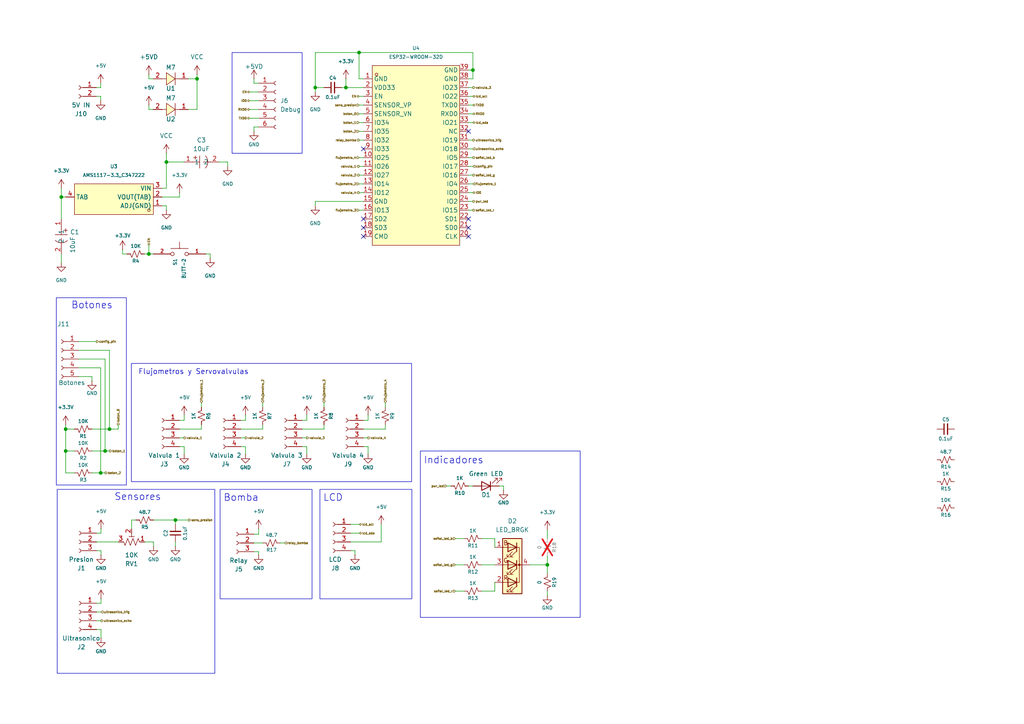
<source format=kicad_sch>
(kicad_sch (version 20250114) (generator "eeschema") (generator_version "9.0")
  (paper "A4")
  (rectangle (start 67.31 15.24) (end 87.63 44.45))
  (rectangle (start 16.3368 86.3599) (end 36.6568 140.6707))
  (rectangle (start 63.8348 141.9407) (end 90.5048 173.6907))
  (rectangle (start 92.7908 141.9407) (end 119.4608 173.6907))
  (rectangle (start 38.1 105.41) (end 119.38 139.7))
  (rectangle (start 121.92 130.81) (end 168.275 179.07))
  (rectangle (start 16.5908 141.9407) (end 62.3108 195.2807))
  (text "Botones" (at 26.67 88.646 0) (effects (font (size 2 2))))
  (text "Indicadores" (at 131.572 133.604 0) (effects (font (size 2 2))))
  (text "Bomba" (at 69.9308 144.4807 0) (effects (font (size 2 2))))
  (text "Flujometros y Servovalvulas" (at 56.134 107.95 0) (effects (font (size 1.5 1.5))))
  (text "Sensores" (at 39.9588 144.2267 0) (effects (font (size 2 2))))
  (text "LCD" (at 96.6008 144.4807 0) (effects (font (size 2 2))))
  (junction (at 104.14 15.24))
  (junction (at 158.75 163.83))
  (junction (at 100.33 25.4))
  (junction (at 48.26 46.99))
  (junction (at 43.18 73.66))
  (junction (at 30.48 130.81))
  (junction (at 19.05 124.46))
  (junction (at 50.8808 150.8307))
  (junction (at 137.16 20.32))
  (junction (at 19.05 130.81))
  (junction (at 31.75 124.46))
  (junction (at 29.21 137.16))
  (junction (at 17.78 57.15))
  (junction (at 57.15 22.86))
  (junction (at 91.44 25.4))
  (no_connect (at 105.41 43.18))
  (no_connect (at 105.41 68.58))
  (no_connect (at 135.89 38.1))
  (no_connect (at 135.89 66.04))
  (no_connect (at 105.41 63.5))
  (no_connect (at 135.89 68.58))
  (no_connect (at 105.41 66.04))
  (no_connect (at 135.89 63.5))
  (wire (pts (xy 135.89 25.4) (xy 137.16 25.4)))
  (wire (pts (xy 101.6808 152.1007) (xy 104.2208 152.1007)))
  (wire (pts (xy 91.44 15.24) (xy 91.44 25.4)))
  (wire (pts (xy 146.05 142.24) (xy 146.05 140.97)))
  (wire (pts (xy 93.98 123.19) (xy 93.98 124.46)))
  (wire (pts (xy 29.2908 153.3707) (xy 29.2908 154.6407)))
  (wire (pts (xy 52.07 127) (xy 53.34 127)))
  (wire (pts (xy 58.42 123.19) (xy 58.42 124.46)))
  (wire (pts (xy 38.1808 150.8307) (xy 39.4508 150.8307)))
  (wire (pts (xy 29.2908 185.1207) (xy 29.2908 182.5807)))
  (wire (pts (xy 91.44 59.69) (xy 91.44 58.42)))
  (wire (pts (xy 31.75 124.46) (xy 34.29 124.46)))
  (wire (pts (xy 35.56 72.39) (xy 35.56 73.66)))
  (wire (pts (xy 46.99 57.15) (xy 52.07 57.15)))
  (wire (pts (xy 75.0108 160.9907) (xy 75.0108 160.02)))
  (wire (pts (xy 87.63 127) (xy 88.9 127)))
  (wire (pts (xy 93.98 116.84) (xy 93.98 118.11)))
  (wire (pts (xy 48.26 46.99) (xy 48.26 54.61)))
  (wire (pts (xy 135.89 40.64) (xy 137.16 40.64)))
  (wire (pts (xy 22.86 109.22) (xy 26.67 109.22)))
  (wire (pts (xy 129.54 140.97) (xy 130.81 140.97)))
  (wire (pts (xy 137.16 20.32) (xy 137.16 15.24)))
  (wire (pts (xy 132.08 163.83) (xy 134.62 163.83)))
  (wire (pts (xy 143.51 156.21) (xy 143.51 158.75)))
  (wire (pts (xy 135.89 58.42) (xy 137.16 58.42)))
  (wire (pts (xy 104.14 40.64) (xy 105.41 40.64)))
  (wire (pts (xy 73.66 36.83) (xy 74.93 36.83)))
  (wire (pts (xy 28.0208 174.9607) (xy 29.2908 174.9607)))
  (wire (pts (xy 143.51 171.45) (xy 143.51 168.91)))
  (wire (pts (xy 63.5 46.99) (xy 66.04 46.99)))
  (wire (pts (xy 69.85 121.92) (xy 71.2008 121.92)))
  (wire (pts (xy 106.7608 129.54) (xy 105.41 129.54)))
  (wire (pts (xy 28.0208 177.5007) (xy 29.2908 177.5007)))
  (wire (pts (xy 76.2 123.19) (xy 76.2 124.46)))
  (wire (pts (xy 53.4208 129.54) (xy 52.07 129.54)))
  (wire (pts (xy 22.86 104.14) (xy 30.48 104.14)))
  (wire (pts (xy 135.89 35.56) (xy 137.16 35.56)))
  (wire (pts (xy 52.07 57.15) (xy 52.07 55.88)))
  (wire (pts (xy 135.89 45.72) (xy 137.16 45.72)))
  (wire (pts (xy 104.14 55.88) (xy 105.41 55.88)))
  (wire (pts (xy 104.14 60.96) (xy 105.41 60.96)))
  (wire (pts (xy 88.9808 129.54) (xy 87.63 129.54)))
  (wire (pts (xy 72.39 29.21) (xy 74.93 29.21)))
  (wire (pts (xy 135.89 20.32) (xy 137.16 20.32)))
  (wire (pts (xy 34.29 123.19) (xy 34.29 124.46)))
  (wire (pts (xy 29.21 27.94) (xy 27.94 27.94)))
  (wire (pts (xy 139.7 156.21) (xy 143.51 156.21)))
  (wire (pts (xy 43.18 30.48) (xy 43.18 31.75)))
  (wire (pts (xy 50.8808 150.8307) (xy 54.6908 150.8307)))
  (wire (pts (xy 57.15 22.86) (xy 57.15 31.75)))
  (wire (pts (xy 73.66 22.86) (xy 73.66 24.13)))
  (wire (pts (xy 106.7608 121.92) (xy 106.7608 120.3507)))
  (wire (pts (xy 139.7 171.45) (xy 143.51 171.45)))
  (wire (pts (xy 30.48 130.81) (xy 31.75 130.81)))
  (wire (pts (xy 48.26 59.69) (xy 48.26 60.96)))
  (wire (pts (xy 76.2 116.84) (xy 76.2 118.11)))
  (wire (pts (xy 71.2008 129.54) (xy 69.85 129.54)))
  (wire (pts (xy 137.16 22.86) (xy 137.16 20.32)))
  (wire (pts (xy 29.2908 154.6407) (xy 28.0208 154.6407)))
  (wire (pts (xy 26.67 109.22) (xy 26.67 110.49)))
  (wire (pts (xy 104.14 33.02) (xy 105.41 33.02)))
  (wire (pts (xy 110.5708 157.1807) (xy 101.6808 157.1807)))
  (wire (pts (xy 31.75 101.6) (xy 31.75 124.46)))
  (wire (pts (xy 53.4208 131.7807) (xy 53.4208 129.54)))
  (wire (pts (xy 50.8808 157.1807) (xy 50.8808 158.4507)))
  (wire (pts (xy 19.05 124.46) (xy 19.05 130.81)))
  (wire (pts (xy 44.5308 157.1807) (xy 41.9908 157.1807)))
  (wire (pts (xy 43.18 73.66) (xy 44.45 73.66)))
  (wire (pts (xy 73.66 24.13) (xy 74.93 24.13)))
  (wire (pts (xy 43.18 21.59) (xy 43.18 22.86)))
  (wire (pts (xy 158.75 171.45) (xy 158.75 172.72)))
  (wire (pts (xy 29.2908 159.7207) (xy 28.0208 159.7207)))
  (wire (pts (xy 104.14 15.24) (xy 104.14 22.86)))
  (wire (pts (xy 38.1808 153.3707) (xy 38.1808 150.8307)))
  (wire (pts (xy 135.89 48.26) (xy 137.16 48.26)))
  (wire (pts (xy 28.0208 180.0407) (xy 29.2908 180.0407)))
  (wire (pts (xy 132.08 171.45) (xy 134.62 171.45)))
  (wire (pts (xy 50.8808 150.8307) (xy 50.8808 152.1007)))
  (wire (pts (xy 52.07 121.92) (xy 53.4208 121.92)))
  (wire (pts (xy 69.85 127) (xy 71.12 127)))
  (wire (pts (xy 71.2008 121.92) (xy 71.2008 120.3507)))
  (wire (pts (xy 105.41 22.86) (xy 104.14 22.86)))
  (wire (pts (xy 104.14 45.72) (xy 105.41 45.72)))
  (wire (pts (xy 158.75 161.29) (xy 158.75 163.83)))
  (wire (pts (xy 30.48 104.14) (xy 30.48 130.81)))
  (wire (pts (xy 135.89 43.18) (xy 137.16 43.18)))
  (wire (pts (xy 73.66 157.48) (xy 76.2 157.48)))
  (wire (pts (xy 43.18 73.66) (xy 41.91 73.66)))
  (wire (pts (xy 135.89 140.97) (xy 137.16 140.97)))
  (wire (pts (xy 54.61 31.75) (xy 57.15 31.75)))
  (wire (pts (xy 104.14 53.34) (xy 105.41 53.34)))
  (wire (pts (xy 22.86 101.6) (xy 31.75 101.6)))
  (wire (pts (xy 132.08 156.21) (xy 134.62 156.21)))
  (wire (pts (xy 91.44 25.4) (xy 93.98 25.4)))
  (wire (pts (xy 87.63 121.92) (xy 88.9808 121.92)))
  (wire (pts (xy 100.33 22.86) (xy 100.33 25.4)))
  (wire (pts (xy 72.39 34.29) (xy 74.93 34.29)))
  (wire (pts (xy 28.0208 157.1807) (xy 34.3708 157.1807)))
  (wire (pts (xy 158.75 153.67) (xy 158.75 156.21)))
  (wire (pts (xy 104.14 48.26) (xy 105.41 48.26)))
  (wire (pts (xy 110.5708 152.1007) (xy 110.5708 157.1807)))
  (wire (pts (xy 101.6808 154.6407) (xy 104.2208 154.6407)))
  (wire (pts (xy 43.18 31.75) (xy 44.45 31.75)))
  (wire (pts (xy 135.89 60.96) (xy 137.16 60.96)))
  (wire (pts (xy 135.89 55.88) (xy 137.16 55.88)))
  (wire (pts (xy 76.2 124.46) (xy 69.85 124.46)))
  (wire (pts (xy 93.98 124.46) (xy 87.63 124.46)))
  (wire (pts (xy 91.44 58.42) (xy 105.41 58.42)))
  (wire (pts (xy 19.05 123.19) (xy 19.05 124.46)))
  (wire (pts (xy 146.05 140.97) (xy 144.78 140.97)))
  (wire (pts (xy 105.41 127) (xy 106.68 127)))
  (wire (pts (xy 27.94 25.4) (xy 29.21 25.4)))
  (wire (pts (xy 35.56 73.66) (xy 36.83 73.66)))
  (wire (pts (xy 46.99 59.69) (xy 48.26 59.69)))
  (wire (pts (xy 101.6808 159.7207) (xy 102.9508 159.7207)))
  (wire (pts (xy 105.41 121.92) (xy 106.7608 121.92)))
  (wire (pts (xy 29.21 24.13) (xy 29.21 25.4)))
  (wire (pts (xy 102.9508 159.7207) (xy 102.9508 160.9907)))
  (wire (pts (xy 58.42 124.46) (xy 52.07 124.46)))
  (wire (pts (xy 111.76 123.19) (xy 111.76 124.46)))
  (wire (pts (xy 135.89 30.48) (xy 137.16 30.48)))
  (wire (pts (xy 104.14 38.1) (xy 105.41 38.1)))
  (wire (pts (xy 29.21 29.21) (xy 29.21 27.94)))
  (wire (pts (xy 104.14 35.56) (xy 105.41 35.56)))
  (wire (pts (xy 106.7608 131.7807) (xy 106.7608 129.54)))
  (wire (pts (xy 137.16 15.24) (xy 104.14 15.24)))
  (wire (pts (xy 57.15 21.59) (xy 57.15 22.86)))
  (wire (pts (xy 21.59 130.81) (xy 19.05 130.81)))
  (wire (pts (xy 43.18 22.86) (xy 44.45 22.86)))
  (wire (pts (xy 29.21 137.16) (xy 30.48 137.16)))
  (wire (pts (xy 26.67 130.81) (xy 30.48 130.81)))
  (wire (pts (xy 53.4208 121.92) (xy 53.4208 120.3507)))
  (wire (pts (xy 48.26 44.45) (xy 48.26 46.99)))
  (wire (pts (xy 29.2908 160.9907) (xy 29.2908 159.7207)))
  (wire (pts (xy 72.39 26.67) (xy 74.93 26.67)))
  (wire (pts (xy 71.2008 131.7807) (xy 71.2008 129.54)))
  (wire (pts (xy 26.67 124.46) (xy 31.75 124.46)))
  (wire (pts (xy 111.76 116.84) (xy 111.76 118.11)))
  (wire (pts (xy 91.44 15.24) (xy 104.14 15.24)))
  (wire (pts (xy 111.76 124.46) (xy 105.41 124.46)))
  (wire (pts (xy 73.66 38.1) (xy 73.66 36.83)))
  (wire (pts (xy 104.14 30.48) (xy 105.41 30.48)))
  (wire (pts (xy 17.78 57.15) (xy 17.78 63.5)))
  (wire (pts (xy 88.9808 121.92) (xy 88.9808 120.3507)))
  (wire (pts (xy 29.2908 182.5807) (xy 28.0208 182.5807)))
  (wire (pts (xy 44.5308 150.8307) (xy 50.8808 150.8307)))
  (wire (pts (xy 66.04 46.99) (xy 66.04 48.26)))
  (wire (pts (xy 75.0108 154.94) (xy 75.0108 153.3707)))
  (wire (pts (xy 88.9808 131.7807) (xy 88.9808 129.54)))
  (wire (pts (xy 44.5308 158.4507) (xy 44.5308 157.1807)))
  (wire (pts (xy 17.78 73.66) (xy 17.78 76.2)))
  (wire (pts (xy 91.44 26.67) (xy 91.44 25.4)))
  (wire (pts (xy 57.15 22.86) (xy 54.61 22.86)))
  (wire (pts (xy 59.69 73.66) (xy 60.96 73.66)))
  (wire (pts (xy 60.96 73.66) (xy 60.96 74.93)))
  (wire (pts (xy 22.86 99.06) (xy 27.94 99.06)))
  (wire (pts (xy 29.21 106.68) (xy 29.21 137.16)))
  (wire (pts (xy 72.39 31.75) (xy 74.93 31.75)))
  (wire (pts (xy 21.59 137.16) (xy 19.05 137.16)))
  (wire (pts (xy 100.33 25.4) (xy 105.41 25.4)))
  (wire (pts (xy 46.99 54.61) (xy 48.26 54.61)))
  (wire (pts (xy 158.75 163.83) (xy 158.75 166.37)))
  (wire (pts (xy 104.14 50.8) (xy 105.41 50.8)))
  (wire (pts (xy 17.78 57.15) (xy 19.05 57.15)))
  (wire (pts (xy 81.28 157.48) (xy 82.55 157.48)))
  (wire (pts (xy 19.05 124.46) (xy 21.59 124.46)))
  (wire (pts (xy 22.86 106.68) (xy 29.21 106.68)))
  (wire (pts (xy 75.0108 154.94) (xy 73.66 154.94)))
  (wire (pts (xy 135.89 27.94) (xy 137.16 27.94)))
  (wire (pts (xy 29.2908 174.9607) (xy 29.2908 173.6907)))
  (wire (pts (xy 135.89 50.8) (xy 137.16 50.8)))
  (wire (pts (xy 43.18 71.12) (xy 43.18 73.66)))
  (wire (pts (xy 135.89 53.34) (xy 137.16 53.34)))
  (wire (pts (xy 19.05 130.81) (xy 19.05 137.16)))
  (wire (pts (xy 139.7 163.83) (xy 143.51 163.83)))
  (wire (pts (xy 48.26 46.99) (xy 53.34 46.99)))
  (wire (pts (xy 135.89 33.02) (xy 137.16 33.02)))
  (wire (pts (xy 99.06 25.4) (xy 100.33 25.4)))
  (wire (pts (xy 26.67 137.16) (xy 29.21 137.16)))
  (wire (pts (xy 135.89 22.86) (xy 137.16 22.86)))
  (wire (pts (xy 104.14 27.94) (xy 105.41 27.94)))
  (wire (pts (xy 17.78 57.15) (xy 17.78 54.61)))
  (wire (pts (xy 153.67 163.83) (xy 158.75 163.83)))
  (wire (pts (xy 75.0108 160.02) (xy 73.66 160.02)))
  (wire (pts (xy 58.42 116.84) (xy 58.42 118.11)))
  (hierarchical_label "señal_led_r" (shape output) (at 137.16 60.96 0) (effects (font (size 0.635 0.635))))
  (hierarchical_label "ultrasonico_echo" (shape input) (at 137.16 43.18 0) (effects (font (size 0.635 0.635))))
  (hierarchical_label "señal_led_r" (shape input) (at 132.08 171.45 180) (effects (font (size 0.635 0.635))))
  (hierarchical_label "EN" (shape bidirectional) (at 104.14 27.94 180) (effects (font (size 0.635 0.635))))
  (hierarchical_label "flujometro_2" (shape input) (at 76.2 116.84 90) (effects (font (size 0.635 0.635))))
  (hierarchical_label "valvula_4" (shape output) (at 104.14 55.88 180) (effects (font (size 0.635 0.635))))
  (hierarchical_label "boton_2" (shape output) (at 30.48 137.16 0) (effects (font (size 0.635 0.635))))
  (hierarchical_label "valvula_3" (shape output) (at 88.9 127 0) (effects (font (size 0.635 0.635))))
  (hierarchical_label "ultrasonico_echo" (shape output) (at 29.2908 180.0407 0) (effects (font (size 0.635 0.635))))
  (hierarchical_label "pwr_led" (shape output) (at 137.16 58.42 0) (effects (font (size 0.635 0.635))))
  (hierarchical_label "señal_led_b" (shape output) (at 137.16 45.72 0) (effects (font (size 0.635 0.635))))
  (hierarchical_label "config_pin" (shape output) (at 27.94 99.06 0) (effects (font (size 0.635 0.635))))
  (hierarchical_label "relay_bomba" (shape input) (at 82.55 157.48 0) (effects (font (size 0.635 0.635))))
  (hierarchical_label "valvula_1" (shape output) (at 104.14 48.26 180) (effects (font (size 0.635 0.635))))
  (hierarchical_label "RXD0" (shape bidirectional) (at 72.39 31.75 180) (effects (font (size 0.635 0.635))))
  (hierarchical_label "lcd_scl" (shape bidirectional) (at 104.2208 152.1007 0) (effects (font (size 0.635 0.635))))
  (hierarchical_label "ultrasonico_trig" (shape input) (at 29.2908 177.5007 0) (effects (font (size 0.635 0.635))))
  (hierarchical_label "IO0" (shape bidirectional) (at 72.39 29.21 180) (effects (font (size 0.635 0.635))))
  (hierarchical_label "flujometro_2" (shape input) (at 104.14 53.34 180) (effects (font (size 0.635 0.635))))
  (hierarchical_label "lcd_sda" (shape bidirectional) (at 137.16 35.56 0) (effects (font (size 0.635 0.635))))
  (hierarchical_label "config_pin" (shape input) (at 137.16 48.26 0) (effects (font (size 0.635 0.635))))
  (hierarchical_label "ultrasonico_trig" (shape output) (at 137.16 40.64 0) (effects (font (size 0.635 0.635))))
  (hierarchical_label "señal_led_g" (shape output) (at 137.16 50.8 0) (effects (font (size 0.635 0.635))))
  (hierarchical_label "valvula_3" (shape output) (at 137.16 25.4 0) (effects (font (size 0.635 0.635))))
  (hierarchical_label "TXD0" (shape bidirectional) (at 137.16 30.48 0) (effects (font (size 0.635 0.635))))
  (hierarchical_label "valvula_2" (shape output) (at 71.12 127 0) (effects (font (size 0.635 0.635))))
  (hierarchical_label "boton_0" (shape input) (at 104.14 33.02 180) (effects (font (size 0.635 0.635))))
  (hierarchical_label "TXD0" (shape bidirectional) (at 72.39 34.29 180) (effects (font (size 0.635 0.635))))
  (hierarchical_label "flujometro_3" (shape input) (at 104.14 60.96 180) (effects (font (size 0.635 0.635))))
  (hierarchical_label "flujometro_1" (shape input) (at 58.42 116.84 90) (effects (font (size 0.635 0.635))))
  (hierarchical_label "señal_led_b" (shape input) (at 132.08 156.21 180) (effects (font (size 0.635 0.635))))
  (hierarchical_label "RXD0" (shape bidirectional) (at 137.16 33.02 0) (effects (font (size 0.635 0.635))))
  (hierarchical_label "boton_1" (shape input) (at 104.14 35.56 180) (effects (font (size 0.635 0.635))))
  (hierarchical_label "lcd_sda" (shape bidirectional) (at 104.2208 154.6407 0) (effects (font (size 0.635 0.635))))
  (hierarchical_label "flujometro_3" (shape input) (at 93.98 116.84 90) (effects (font (size 0.635 0.635))))
  (hierarchical_label "valvula_1" (shape output) (at 53.34 127 0) (effects (font (size 0.635 0.635))))
  (hierarchical_label "flujometro_4" (shape input) (at 104.14 45.72 180) (effects (font (size 0.635 0.635))))
  (hierarchical_label "valvula_4" (shape output) (at 106.68 127 0) (effects (font (size 0.635 0.635))))
  (hierarchical_label "pwr_led" (shape input) (at 129.54 140.97 180) (effects (font (size 0.635 0.635))))
  (hierarchical_label "boton_1" (shape output) (at 31.75 130.81 0) (effects (font (size 0.635 0.635))))
  (hierarchical_label "IO0" (shape bidirectional) (at 137.16 55.88 0) (effects (font (size 0.635 0.635))))
  (hierarchical_label "boton_2" (shape input) (at 104.14 38.1 180) (effects (font (size 0.635 0.635))))
  (hierarchical_label "flujometro_4" (shape input) (at 111.76 116.84 90) (effects (font (size 0.635 0.635))))
  (hierarchical_label "relay_bomba" (shape output) (at 104.14 40.64 180) (effects (font (size 0.635 0.635))))
  (hierarchical_label "sens_presion" (shape input) (at 104.14 30.48 180) (effects (font (size 0.635 0.635))))
  (hierarchical_label "boton_0" (shape output) (at 34.29 123.19 90) (effects (font (size 0.635 0.635))))
  (hierarchical_label "EN" (shape bidirectional) (at 43.18 71.12 90) (effects (font (size 0.635 0.635))))
  (hierarchical_label "lcd_scl" (shape bidirectional) (at 137.16 27.94 0) (effects (font (size 0.635 0.635))))
  (hierarchical_label "EN" (shape bidirectional) (at 72.39 26.67 180) (effects (font (size 0.635 0.635))))
  (hierarchical_label "flujometro_1" (shape input) (at 137.16 53.34 0) (effects (font (size 0.635 0.635))))
  (hierarchical_label "valvula_2" (shape output) (at 104.14 50.8 180) (effects (font (size 0.635 0.635))))
  (hierarchical_label "señal_led_g" (shape input) (at 132.08 163.83 180) (effects (font (size 0.635 0.635))))
  (hierarchical_label "sens_presion" (shape output) (at 54.6908 150.8307 0) (effects (font (size 0.635 0.635))))
  (symbol (lib_id "Connector:Conn_01x04_Socket") (at 100.33 124.46 0) (mirror y) (unit 1)
    (property "Reference" "J9" (at 100.965 134.62 0))
    (property "Value" "Valvula 4" (at 100.965 132.08 0))
    (property "Footprint" "Connector_Molex:Molex_KK-254_AE-6410-04A_1x04_P2.54mm_Vertical" (effects (hide yes)))
    (property "Description" "Generic connector, single row, 01x04, script generated" (effects (hide yes)))
  )
  (symbol (lib_id "Connector:Conn_01x04_Socket") (at 82.55 124.46 0) (mirror y) (unit 1)
    (property "Reference" "J7" (at 83.185 134.62 0))
    (property "Value" "Valvula 3" (at 83.185 132.08 0))
    (property "Footprint" "Connector_Molex:Molex_KK-254_AE-6410-04A_1x04_P2.54mm_Vertical" (effects (hide yes)))
    (property "Description" "Generic connector, single row, 01x04, script generated" (effects (hide yes)))
  )
  (symbol (lib_id "power:GND") (at 66.04 48.26 0) (unit 1)
    (property "Reference" "#PWR023" (effects (hide yes)))
    (property "Value" "GND" (at 66.04 53.34 0) (effects (font (size 1 1))))
    (property "Description" "Power symbol creates a global label with name \"GND\" , ground" (effects (hide yes)))
  )
  (symbol (lib_id "Device:R_Small_US") (at 137.16 163.83 90) (mirror x) (unit 1)
    (property "Reference" "R12" (at 137.16 165.862 90) (effects (font (size 1 1))))
    (property "Value" "1K" (at 137.16 161.544 90) (effects (font (size 1 1))))
    (property "Footprint" "Resistor_SMD:R_0805_2012Metric_Pad1.20x1.40mm_HandSolder" (effects (hide yes)))
    (property "Description" "Resistor, small US symbol" (effects (hide yes)))
  )
  (symbol (lib_id "Device:R_Small_US") (at 274.32 139.7 90) (mirror x) (unit 1) (in_bom no) (on_board no)
    (property "Reference" "R15" (at 274.32 141.732 90) (effects (font (size 1 1))))
    (property "Value" "1K" (at 274.32 137.414 90) (effects (font (size 1 1))))
    (property "Footprint" "Resistor_SMD:R_0805_2012Metric_Pad1.20x1.40mm_HandSolder" (effects (hide yes)))
    (property "Description" "Resistor, small US symbol" (effects (hide yes)))
  )
  (symbol (lib_id "Device:R_Small_US") (at 133.35 140.97 90) (mirror x) (unit 1)
    (property "Reference" "R10" (at 133.35 143.002 90) (effects (font (size 1 1))))
    (property "Value" "1K" (at 133.35 138.684 90) (effects (font (size 1 1))))
    (property "Footprint" "Resistor_SMD:R_0805_2012Metric_Pad1.20x1.40mm_HandSolder" (effects (hide yes)))
    (property "Description" "Resistor, small US symbol" (effects (hide yes)))
  )
  (symbol (lib_id "Device:R_Small_US") (at 274.32 147.32 90) (mirror x) (unit 1) (in_bom no) (on_board no)
    (property "Reference" "R16" (at 274.32 149.352 90) (effects (font (size 1 1))))
    (property "Value" "10K" (at 274.32 145.034 90) (effects (font (size 1 1))))
    (property "Footprint" "Resistor_SMD:R_0805_2012Metric_Pad1.20x1.40mm_HandSolder" (effects (hide yes)))
    (property "Description" "Resistor, small US symbol" (effects (hide yes)))
  )
  (symbol (lib_id "power:GND") (at 158.75 172.72 0) (unit 1)
    (property "Reference" "#PWR041" (effects (hide yes)))
    (property "Value" "GND" (at 158.75 176.276 0) (effects (font (size 1 1))))
    (property "Description" "Power symbol creates a global label with name \"GND\" , ground" (effects (hide yes)))
  )
  (symbol (lib_id "power:GND") (at 29.2908 160.9907 0) (unit 1)
    (property "Reference" "#PWR011" (effects (hide yes)))
    (property "Value" "GND" (at 29.2908 164.8007 0) (effects (font (size 1 1))))
    (property "Description" "Power symbol creates a global label with name \"GND\" , ground" (effects (hide yes)))
  )
  (symbol (lib_id "power:GND") (at 102.9508 160.9907 0) (unit 1)
    (property "Reference" "#PWR036" (effects (hide yes)))
    (property "Value" "GND" (at 102.9508 164.8007 0) (effects (font (size 1 1))))
    (property "Description" "Power symbol creates a global label with name \"GND\" , ground" (effects (hide yes)))
  )
  (symbol (lib_id "power:+5VD") (at 43.18 21.59 0) (unit 1)
    (property "Reference" "#PWR01" (effects (hide yes)))
    (property "Value" "+5VD" (at 43.18 16.51 0))
    (property "Description" "Power symbol creates a global label with name \"+5VD\"" (effects (hide yes)))
  )
  (symbol (lib_id "power:+5V") (at 43.18 30.48 0) (unit 1)
    (property "Reference" "#PWR02" (effects (hide yes)))
    (property "Value" "+5V" (at 43.18 25.4 0) (effects (font (size 1 1))))
    (property "Description" "Power symbol creates a global label with name \"+5V\"" (effects (hide yes)))
  )
  (symbol (lib_id "power:+5V") (at 29.2908 173.6907 0) (unit 1)
    (property "Reference" "#PWR012" (effects (hide yes)))
    (property "Value" "+5V" (at 29.2908 168.6107 0) (effects (font (size 1 1))))
    (property "Description" "Power symbol creates a global label with name \"+5V\"" (effects (hide yes)))
  )
  (symbol (lib_id "Device:R_Potentiometer_Trim_US") (at 38.1808 157.1807 270) (mirror x) (unit 1)
    (property "Reference" "RV1" (at 38.1808 163.5307 90))
    (property "Value" "10K" (at 38.1808 160.9907 90))
    (property "Footprint" "Potentiometer_THT:Potentiometer_Runtron_RM-065_Vertical" (effects (hide yes)))
    (property "Description" "Trim-potentiometer, US symbol" (effects (hide yes)))
  )
  (symbol (lib_id "Device:R_Small_US") (at 76.2 120.65 0) (mirror x) (unit 1)
    (property "Reference" "R7" (at 78.232 120.65 90) (effects (font (size 1 1))))
    (property "Value" "1K" (at 73.914 120.65 90) (effects (font (size 1 1))))
    (property "Footprint" "Resistor_SMD:R_0805_2012Metric_Pad1.20x1.40mm_HandSolder" (effects (hide yes)))
    (property "Description" "Resistor, small US symbol" (effects (hide yes)))
  )
  (symbol (lib_id "power:+5VD") (at 73.66 22.86 0) (unit 1)
    (property "Reference" "#PWR027" (effects (hide yes)))
    (property "Value" "+5VD" (at 73.66 19.304 0))
    (property "Description" "Power symbol creates a global label with name \"+5VD\"" (effects (hide yes)))
  )
  (symbol (lib_id "Device:R_Small_US") (at 93.98 120.65 0) (mirror x) (unit 1)
    (property "Reference" "R8" (at 96.012 120.65 90) (effects (font (size 1 1))))
    (property "Value" "1K" (at 91.694 120.65 90) (effects (font (size 1 1))))
    (property "Footprint" "Resistor_SMD:R_0805_2012Metric_Pad1.20x1.40mm_HandSolder" (effects (hide yes)))
    (property "Description" "Resistor, small US symbol" (effects (hide yes)))
  )
  (symbol (lib_id "power:+5V") (at 75.0108 153.3707 0) (unit 1)
    (property "Reference" "#PWR029" (effects (hide yes)))
    (property "Value" "+5V" (at 75.0108 148.2907 0) (effects (font (size 1 1))))
    (property "Description" "Power symbol creates a global label with name \"+5V\"" (effects (hide yes)))
  )
  (symbol (lib_id "power:GND") (at 17.78 76.2 0) (unit 1)
    (property "Reference" "#PWR04" (effects (hide yes)))
    (property "Value" "GND" (at 17.78 81.28 0) (effects (font (size 1 1))))
    (property "Description" "Power symbol creates a global label with name \"GND\" , ground" (effects (hide yes)))
  )
  (symbol (lib_id "power:+3.3V") (at 17.78 54.61 0) (unit 1)
    (property "Reference" "#PWR03" (effects (hide yes)))
    (property "Value" "+3.3V" (at 17.78 49.53 0) (effects (font (size 1 1))))
    (property "Description" "Power symbol creates a global label with name \"+3.3V\"" (effects (hide yes)))
  )
  (symbol (lib_id "power:GND") (at 60.96 74.93 0) (mirror y) (unit 1)
    (property "Reference" "#PWR024" (effects (hide yes)))
    (property "Value" "GND" (at 60.96 80.01 0) (effects (font (size 1 1))))
    (property "Description" "Power symbol creates a global label with name \"GND\" , ground" (effects (hide yes)))
  )
  (symbol (lib_id "Connector:Conn_01x03_Socket") (at 22.9408 157.1807 0) (mirror y) (unit 1)
    (property "Reference" "J1" (at 23.5758 164.8007 0))
    (property "Value" "Presion" (at 23.5758 162.2607 0))
    (property "Footprint" "Connector_Molex:Molex_KK-254_AE-6410-03A_1x03_P2.54mm_Vertical" (effects (hide yes)))
    (property "Description" "Generic connector, single row, 01x03, script generated" (effects (hide yes)))
  )
  (symbol (lib_id "Device:R_Small_US") (at 41.9908 150.8307 90) (mirror x) (unit 1)
    (property "Reference" "R5" (at 41.9908 152.8627 90) (effects (font (size 1 1))))
    (property "Value" "48.7" (at 41.9908 148.5447 90) (effects (font (size 1 1))))
    (property "Footprint" "Resistor_SMD:R_0805_2012Metric_Pad1.20x1.40mm_HandSolder" (effects (hide yes)))
    (property "Description" "Resistor, small US symbol" (effects (hide yes)))
  )
  (symbol (lib_id "Connector:Conn_01x04_Socket") (at 46.99 124.46 0) (mirror y) (unit 1)
    (property "Reference" "J3" (at 47.625 134.62 0))
    (property "Value" "Valvula 1" (at 47.625 132.08 0))
    (property "Footprint" "Connector_Molex:Molex_KK-254_AE-6410-04A_1x04_P2.54mm_Vertical" (effects (hide yes)))
    (property "Description" "Generic connector, single row, 01x04, script generated" (effects (hide yes)))
  )
  (symbol (lib_id "Device:R_Small_US") (at 58.42 120.65 0) (mirror x) (unit 1)
    (property "Reference" "R6" (at 60.452 120.65 90) (effects (font (size 1 1))))
    (property "Value" "1K" (at 56.134 120.65 90) (effects (font (size 1 1))))
    (property "Footprint" "Resistor_SMD:R_0805_2012Metric_Pad1.20x1.40mm_HandSolder" (effects (hide yes)))
    (property "Description" "Resistor, small US symbol" (effects (hide yes)))
  )
  (symbol (lib_id "power:+3.3V") (at 52.07 55.88 0) (unit 1)
    (property "Reference" "#PWR020" (effects (hide yes)))
    (property "Value" "+3.3V" (at 52.07 50.8 0) (effects (font (size 1 1))))
    (property "Description" "Power symbol creates a global label with name \"+3.3V\"" (effects (hide yes)))
  )
  (symbol (lib_id "Device:R_Small_US") (at 39.37 73.66 90) (mirror x) (unit 1)
    (property "Reference" "R4" (at 39.37 75.692 90) (effects (font (size 1 1))))
    (property "Value" "10K" (at 39.37 71.374 90) (effects (font (size 1 1))))
    (property "Footprint" "Resistor_SMD:R_0805_2012Metric_Pad1.20x1.40mm_HandSolder" (effects (hide yes)))
    (property "Description" "Resistor, small US symbol" (effects (hide yes)))
  )
  (symbol (lib_id "power:VCC") (at 57.15 21.59 0) (unit 1)
    (property "Reference" "#PWR014" (effects (hide yes)))
    (property "Value" "VCC" (at 57.15 16.51 0))
    (property "Description" "Power symbol creates a global label with name \"VCC\"" (effects (hide yes)))
  )
  (symbol (lib_id "power:GND") (at 29.21 29.21 0) (unit 1)
    (property "Reference" "#PWR043" (effects (hide yes)))
    (property "Value" "GND" (at 29.21 34.29 0) (effects (font (size 1 1))))
    (property "Description" "Power symbol creates a global label with name \"GND\" , ground" (effects (hide yes)))
  )
  (symbol (lib_id "Device:R_Small_US") (at 24.13 130.81 90) (mirror x) (unit 1)
    (property "Reference" "R2" (at 24.13 132.842 90) (effects (font (size 1 1))))
    (property "Value" "10K" (at 24.13 128.524 90) (effects (font (size 1 1))))
    (property "Footprint" "Resistor_SMD:R_0805_2012Metric_Pad1.20x1.40mm_HandSolder" (effects (hide yes)))
    (property "Description" "Resistor, small US symbol" (effects (hide yes)))
  )
  (symbol (lib_id "power:+3.3V") (at 19.05 123.19 0) (unit 1)
    (property "Reference" "#PWR05" (effects (hide yes)))
    (property "Value" "+3.3V" (at 19.05 118.11 0) (effects (font (size 1 1))))
    (property "Description" "Power symbol creates a global label with name \"+3.3V\"" (effects (hide yes)))
  )
  (symbol (lib_id "Device:R_Small_US") (at 111.76 120.65 0) (mirror x) (unit 1)
    (property "Reference" "R9" (at 113.792 120.65 90) (effects (font (size 1 1))))
    (property "Value" "1K" (at 109.474 120.65 90) (effects (font (size 1 1))))
    (property "Footprint" "Resistor_SMD:R_0805_2012Metric_Pad1.20x1.40mm_HandSolder" (effects (hide yes)))
    (property "Description" "Resistor, small US symbol" (effects (hide yes)))
  )
  (symbol (lib_id "EasyEDA:M7_C2902910") (at 49.53 22.86 180) (unit 1)
    (property "Reference" "U1" (at 49.53 25.654 0))
    (property "Value" "M7" (at 49.53 19.558 0))
    (property "Footprint" "EasyEDA:SMA_L4.5-W2.7-LS5.1-RD" (effects (hide yes)))
    (property "LCSC Part" "C2902910" (effects (hide yes)))
  )
  (symbol (lib_id "Device:R_Small_US") (at 78.74 157.48 90) (mirror x) (unit 1)
    (property "Reference" "R17" (at 78.74 159.512 90) (effects (font (size 1 1))))
    (property "Value" "48.7" (at 78.74 155.194 90) (effects (font (size 1 1))))
    (property "Footprint" "Resistor_SMD:R_0805_2012Metric_Pad1.20x1.40mm_HandSolder" (effects (hide yes)))
    (property "Description" "Resistor, small US symbol" (effects (hide yes)))
  )
  (symbol (lib_id "Device:LED") (at 140.97 140.97 180) (unit 1)
    (property "Reference" "D1" (at 140.97 143.51 0))
    (property "Value" "Green LED" (at 140.97 137.414 0))
    (property "Footprint" "LED_THT:LED_D5.0mm_Clear" (effects (hide yes)))
    (property "Description" "Light emitting diode" (effects (hide yes)))
    (property "Sim.Pins" "1=K 2=A" (effects (hide yes)))
  )
  (symbol (lib_id "EasyEDA:TMCMA1C106KTRF") (at 156.21 123.19 0) (unit 1)
    (property "Reference" "C3" (at 58.42 40.64 0))
    (property "Value" "10uF" (at 58.42 43.18 0))
    (property "Footprint" "EasyEDA:CAP-SMD_L3.2-W1.6" (effects (hide yes)))
    (property "LCSC Part" "C4988312" (effects (hide yes)))
  )
  (symbol (lib_id "Device:R_Small_US") (at 137.16 171.45 90) (mirror x) (unit 1)
    (property "Reference" "R13" (at 137.16 173.482 90) (effects (font (size 1 1))))
    (property "Value" "1K" (at 137.16 169.164 90) (effects (font (size 1 1))))
    (property "Footprint" "Resistor_SMD:R_0805_2012Metric_Pad1.20x1.40mm_HandSolder" (effects (hide yes)))
    (property "Description" "Resistor, small US symbol" (effects (hide yes)))
  )
  (symbol (lib_id "power:GND") (at 106.7608 131.7807 0) (unit 1)
    (property "Reference" "#PWR038" (effects (hide yes)))
    (property "Value" "GND" (at 106.7608 135.5907 0) (effects (font (size 1 1))))
    (property "Description" "Power symbol creates a global label with name \"GND\" , ground" (effects (hide yes)))
  )
  (symbol (lib_id "power:GND") (at 146.05 142.24 0) (unit 1)
    (property "Reference" "#PWR040" (effects (hide yes)))
    (property "Value" "GND" (at 146.05 145.796 0) (effects (font (size 1 1))))
    (property "Description" "Power symbol creates a global label with name \"GND\" , ground" (effects (hide yes)))
  )
  (symbol (lib_id "power:+5V") (at 88.9808 120.3507 0) (unit 1)
    (property "Reference" "#PWR031" (effects (hide yes)))
    (property "Value" "+5V" (at 88.9808 115.2707 0) (effects (font (size 1 1))))
    (property "Description" "Power symbol creates a global label with name \"+5V\"" (effects (hide yes)))
  )
  (symbol (lib_id "power:+5V") (at 106.7608 120.3507 0) (unit 1)
    (property "Reference" "#PWR037" (effects (hide yes)))
    (property "Value" "+5V" (at 106.7608 115.2707 0) (effects (font (size 1 1))))
    (property "Description" "Power symbol creates a global label with name \"+5V\"" (effects (hide yes)))
  )
  (symbol (lib_id "power:+3.3V") (at 158.75 153.67 0) (unit 1)
    (property "Reference" "#PWR044" (effects (hide yes)))
    (property "Value" "+3.3V" (at 158.75 148.59 0) (effects (font (size 1 1))))
    (property "Description" "Power symbol creates a global label with name \"+3.3V\"" (effects (hide yes)))
  )
  (symbol (lib_id "Connector:Conn_01x06_Socket") (at 80.01 29.21 0) (unit 1)
    (property "Reference" "J6" (at 81.28 29.2099 0) (effects (justify left)))
    (property "Value" "Debug" (at 81.28 31.7499 0) (effects (justify left)))
    (property "Footprint" "Connector_Molex:Molex_KK-254_AE-6410-06A_1x06_P2.54mm_Vertical" (effects (hide yes)))
    (property "Description" "Generic connector, single row, 01x06, script generated" (effects (hide yes)))
  )
  (symbol (lib_name "TMCMA1C106KTRF_1") (lib_id "EasyEDA:TMCMA1C106KTRF") (at 17.78 68.58 270) (unit 1)
    (property "Reference" "C1" (at 20.32 67.3099 90) (effects (justify left)))
    (property "Value" "10uF" (at 21.082 68.58 0) (effects (justify left)))
    (property "Footprint" "EasyEDA:CAP-SMD_L3.2-W1.6" (effects (hide yes)))
    (property "LCSC Part" "C4988312" (effects (hide yes)))
  )
  (symbol (lib_id "Device:C_Small") (at 50.8808 154.6407 180) (unit 1)
    (property "Reference" "C2" (at 48.0868 154.6407 90) (effects (font (size 1 1))))
    (property "Value" "0.1uF" (at 53.6748 154.6407 90) (effects (font (size 1 1))))
    (property "Footprint" "Capacitor_SMD:C_0805_2012Metric_Pad1.18x1.45mm_HandSolder" (effects (hide yes)))
    (property "Description" "Unpolarized capacitor, small symbol" (effects (hide yes)))
  )
  (symbol (lib_id "power:GND") (at 73.66 38.1 0) (unit 1)
    (property "Reference" "#PWR028" (effects (hide yes)))
    (property "Value" "GND" (at 73.66 41.91 0) (effects (font (size 1 1))))
    (property "Description" "Power symbol creates a global label with name \"GND\" , ground" (effects (hide yes)))
  )
  (symbol (lib_id "Device:LED_BRGK") (at 148.59 163.83 180) (unit 1)
    (property "Reference" "D2" (at 148.59 151.13 0))
    (property "Value" "LED_BRGK" (at 148.59 153.67 0))
    (property "Footprint" "LED_THT:LED_D5.0mm-4_RGB_Wide_Pins" (effects (hide yes)))
    (property "Description" "RGB LED, blue/red/green/cathode" (effects (hide yes)))
  )
  (symbol (lib_id "Connector:Conn_01x04_Socket") (at 96.6008 154.6407 0) (mirror y) (unit 1)
    (property "Reference" "J8" (at 97.2358 164.8007 0))
    (property "Value" "LCD" (at 97.2358 162.2607 0))
    (property "Footprint" "Connector_Molex:Molex_KK-254_AE-6410-04A_1x04_P2.54mm_Vertical" (effects (hide yes)))
    (property "Description" "Generic connector, single row, 01x04, script generated" (effects (hide yes)))
  )
  (symbol (lib_id "power:GND") (at 26.67 110.49 0) (unit 1)
    (property "Reference" "#PWR08" (effects (hide yes)))
    (property "Value" "GND" (at 26.67 114.046 0) (effects (font (size 1 1))))
    (property "Description" "Power symbol creates a global label with name \"GND\" , ground" (effects (hide yes)))
  )
  (symbol (lib_id "power:GND") (at 75.0108 160.9907 0) (unit 1)
    (property "Reference" "#PWR030" (effects (hide yes)))
    (property "Value" "GND" (at 75.0108 164.8007 0) (effects (font (size 1 1))))
    (property "Description" "Power symbol creates a global label with name \"GND\" , ground" (effects (hide yes)))
  )
  (symbol (lib_id "power:GND") (at 48.26 60.96 0) (unit 1)
    (property "Reference" "#PWR018" (effects (hide yes)))
    (property "Value" "GND" (at 48.26 66.04 0) (effects (font (size 1 1))))
    (property "Description" "Power symbol creates a global label with name \"GND\" , ground" (effects (hide yes)))
  )
  (symbol (lib_id "power:GND") (at 88.9808 131.7807 0) (unit 1)
    (property "Reference" "#PWR032" (effects (hide yes)))
    (property "Value" "GND" (at 88.9808 135.5907 0) (effects (font (size 1 1))))
    (property "Description" "Power symbol creates a global label with name \"GND\" , ground" (effects (hide yes)))
  )
  (symbol (lib_id "power:GND") (at 71.2008 131.7807 0) (unit 1)
    (property "Reference" "#PWR026" (effects (hide yes)))
    (property "Value" "GND" (at 71.2008 135.5907 0) (effects (font (size 1 1))))
    (property "Description" "Power symbol creates a global label with name \"GND\" , ground" (effects (hide yes)))
  )
  (symbol (lib_id "power:+5V") (at 29.2908 153.3707 0) (unit 1)
    (property "Reference" "#PWR010" (effects (hide yes)))
    (property "Value" "+5V" (at 29.2908 148.2907 0) (effects (font (size 1 1))))
    (property "Description" "Power symbol creates a global label with name \"+5V\"" (effects (hide yes)))
  )
  (symbol (lib_id "Snapeda:BUTT-2") (at 52.07 73.66 0) (mirror y) (unit 1)
    (property "Reference" "S1" (at 50.8 74.93 90) (effects (font (size 1 1)) (justify right)))
    (property "Value" "BUTT-2" (at 53.34 74.93 90) (effects (font (size 1 1)) (justify right)))
    (property "Footprint" "Snapeda:BUTT-2_SW_BUTT-2" (effects (hide yes)))
    (property "MF" "Gravitech" (effects (hide yes)))
    (property "MAXIMUM_PACKAGE_HEIGHT" "9.5 mm" (effects (hide yes)))
    (property "Package" "None" (effects (hide yes)))
    (property "Price" "None" (effects (hide yes)))
    (property "Check_prices" "https://www.snapeda.com/parts/BUTT-2/Gravitech/view-part/?ref=eda" (effects (hide yes)))
    (property "STANDARD" "Manufactrer Recommendations" (effects (hide yes)))
    (property "PARTREV" "N/A" (effects (hide yes)))
    (property "SnapEDA_Link" "https://www.snapeda.com/parts/BUTT-2/Gravitech/view-part/?ref=snap" (effects (hide yes)))
    (property "MP" "BUTT-2" (effects (hide yes)))
    (property "Description_1" "Tactile Switches MINI PUSH BUTTON SWITCH 2-PIN QTY. 4" (effects (hide yes)))
    (property "Availability" "Not in stock" (effects (hide yes)))
    (property "MANUFACTURER" "Gravitech" (effects (hide yes)))
  )
  (symbol (lib_id "Device:R_Small_US") (at 274.32 133.35 90) (mirror x) (unit 1) (in_bom no) (on_board no)
    (property "Reference" "R14" (at 274.32 135.382 90) (effects (font (size 1 1))))
    (property "Value" "48.7" (at 274.32 131.064 90) (effects (font (size 1 1))))
    (property "Footprint" "Resistor_SMD:R_0805_2012Metric_Pad1.20x1.40mm_HandSolder" (effects (hide yes)))
    (property "Description" "Resistor, small US symbol" (effects (hide yes)))
  )
  (symbol (lib_id "Device:R_Small_US") (at 158.75 168.91 0) (mirror x) (unit 1)
    (property "Reference" "R19" (at 160.782 168.91 90) (effects (font (size 1 1))))
    (property "Value" "0" (at 156.464 168.91 90) (effects (font (size 1 1))))
    (property "Footprint" "Resistor_SMD:R_0805_2012Metric_Pad1.20x1.40mm_HandSolder" (effects (hide yes)))
    (property "Description" "Resistor, small US symbol" (effects (hide yes)))
  )
  (symbol (lib_id "EasyEDA:AMS1117-3.3_C347222") (at 31.75 57.15 180) (unit 1)
    (property "Reference" "U3" (at 33.02 48.26 0) (effects (font (size 1 1))))
    (property "Value" "AMS1117-3.3_C347222" (at 33.02 50.8 0) (effects (font (size 1 1))))
    (property "Footprint" "EasyEDA:SOT-223-4_L6.5-W3.5-P2.30-LS7.0-BR" (effects (hide yes)))
    (property "Datasheet" "https://lcsc.com/product-detail/Others_Youtai-Semiconductor-Co-Ltd-AMS1117-3-3_C347222.html" (effects (hide yes)))
    (property "LCSC Part" "C347222" (effects (hide yes)))
  )
  (symbol (lib_id "Connector:Conn_01x04_Socket") (at 64.77 124.46 0) (mirror y) (unit 1)
    (property "Reference" "J4" (at 65.405 134.62 0))
    (property "Value" "Valvula 2" (at 65.405 132.08 0))
    (property "Footprint" "Connector_Molex:Molex_KK-254_AE-6410-04A_1x04_P2.54mm_Vertical" (effects (hide yes)))
    (property "Description" "Generic connector, single row, 01x04, script generated" (effects (hide yes)))
  )
  (symbol (lib_id "power:GND") (at 91.44 26.67 0) (unit 1)
    (property "Reference" "#PWR033" (effects (hide yes)))
    (property "Value" "GND" (at 91.44 31.75 0) (effects (font (size 1 1))))
    (property "Description" "Power symbol creates a global label with name \"GND\" , ground" (effects (hide yes)))
  )
  (symbol (lib_id "power:GND") (at 29.2908 185.1207 0) (unit 1)
    (property "Reference" "#PWR013" (effects (hide yes)))
    (property "Value" "GND" (at 29.2908 188.9307 0) (effects (font (size 1 1))))
    (property "Description" "Power symbol creates a global label with name \"GND\" , ground" (effects (hide yes)))
  )
  (symbol (lib_id "EasyEDA:M7_C2902910") (at 49.53 31.75 180) (unit 1)
    (property "Reference" "U2" (at 49.53 34.544 0))
    (property "Value" "M7" (at 49.53 28.448 0))
    (property "Footprint" "EasyEDA:SMA_L4.5-W2.7-LS5.1-RD" (effects (hide yes)))
    (property "LCSC Part" "C2902910" (effects (hide yes)))
  )
  (symbol (lib_id "EasyEDA:ESP32-WROOM-32D") (at 120.65 45.72 0) (unit 1)
    (property "Reference" "U4" (at 120.65 13.97 0) (effects (font (size 1 1))))
    (property "Value" "ESP32-WROOM-32D" (at 120.65 16.51 0) (effects (font (size 1 1))))
    (property "Footprint" "EasyEDA:WIFIM-SMD_39P-L25.5-W18.0-P1.27-BL" (effects (hide yes)))
    (property "LCSC Part" "C473012" (effects (hide yes)))
  )
  (symbol (lib_id "Connector:Conn_01x03_Socket") (at 68.58 157.48 0) (mirror y) (unit 1)
    (property "Reference" "J5" (at 69.215 165.1 0))
    (property "Value" "Relay" (at 69.215 162.56 0))
    (property "Footprint" "Connector_Molex:Molex_KK-254_AE-6410-03A_1x03_P2.54mm_Vertical" (effects (hide yes)))
    (property "Description" "Generic connector, single row, 01x03, script generated" (effects (hide yes)))
  )
  (symbol (lib_id "power:GND") (at 44.5308 158.4507 0) (unit 1)
    (property "Reference" "#PWR016" (effects (hide yes)))
    (property "Value" "GND" (at 44.5308 162.2607 0) (effects (font (size 1 1))))
    (property "Description" "Power symbol creates a global label with name \"GND\" , ground" (effects (hide yes)))
  )
  (symbol (lib_id "power:GND") (at 91.44 59.69 0) (unit 1)
    (property "Reference" "#PWR034" (effects (hide yes)))
    (property "Value" "GND" (at 91.44 64.77 0) (effects (font (size 1 1))))
    (property "Description" "Power symbol creates a global label with name \"GND\" , ground" (effects (hide yes)))
  )
  (symbol (lib_id "power:+5V") (at 71.2008 120.3507 0) (unit 1)
    (property "Reference" "#PWR025" (effects (hide yes)))
    (property "Value" "+5V" (at 71.2008 115.2707 0) (effects (font (size 1 1))))
    (property "Description" "Power symbol creates a global label with name \"+5V\"" (effects (hide yes)))
  )
  (symbol (lib_id "power:GND") (at 50.8808 158.4507 0) (unit 1)
    (property "Reference" "#PWR019" (effects (hide yes)))
    (property "Value" "GND" (at 50.8808 162.2607 0) (effects (font (size 1 1))))
    (property "Description" "Power symbol creates a global label with name \"GND\" , ground" (effects (hide yes)))
  )
  (symbol (lib_id "Device:R_Small_US") (at 24.13 137.16 90) (mirror x) (unit 1)
    (property "Reference" "R3" (at 24.13 139.192 90) (effects (font (size 1 1))))
    (property "Value" "10K" (at 24.13 134.874 90) (effects (font (size 1 1))))
    (property "Footprint" "Resistor_SMD:R_0805_2012Metric_Pad1.20x1.40mm_HandSolder" (effects (hide yes)))
    (property "Description" "Resistor, small US symbol" (effects (hide yes)))
  )
  (symbol (lib_id "Connector:Conn_01x05_Socket") (at 17.78 104.14 0) (mirror y) (unit 1)
    (property "Reference" "J11" (at 18.415 93.98 0))
    (property "Value" "Botones" (at 20.828 110.998 0))
    (property "Footprint" "Connector_Molex:Molex_KK-254_AE-6410-05A_1x05_P2.54mm_Vertical" (effects (hide yes)))
    (property "Description" "Generic connector, single row, 01x05, script generated" (effects (hide yes)))
  )
  (symbol (lib_id "Device:R_Small_US") (at 158.75 158.75 0) (mirror x) (unit 1) (dnp yes)
    (property "Reference" "R18" (at 160.782 158.75 90) (effects (font (size 1 1))))
    (property "Value" "0" (at 156.464 158.75 90) (effects (font (size 1 1))))
    (property "Footprint" "Resistor_SMD:R_0805_2012Metric_Pad1.20x1.40mm_HandSolder" (effects (hide yes)))
    (property "Description" "Resistor, small US symbol" (effects (hide yes)))
  )
  (symbol (lib_id "power:+3.3V") (at 100.33 22.86 0) (unit 1)
    (property "Reference" "#PWR035" (effects (hide yes)))
    (property "Value" "+3.3V" (at 100.33 17.78 0) (effects (font (size 1 1))))
    (property "Description" "Power symbol creates a global label with name \"+3.3V\"" (effects (hide yes)))
  )
  (symbol (lib_id "power:+5V") (at 29.21 24.13 0) (unit 1)
    (property "Reference" "#PWR042" (effects (hide yes)))
    (property "Value" "+5V" (at 29.21 19.05 0) (effects (font (size 1 1))))
    (property "Description" "Power symbol creates a global label with name \"+5V\"" (effects (hide yes)))
  )
  (symbol (lib_id "Device:C_Small") (at 274.32 124.46 90) (unit 1) (in_bom no) (on_board no)
    (property "Reference" "C5" (at 274.32 121.666 90) (effects (font (size 1 1))))
    (property "Value" "0.1uF" (at 274.32 127.254 90) (effects (font (size 1 1))))
    (property "Footprint" "Capacitor_SMD:C_0805_2012Metric_Pad1.18x1.45mm_HandSolder" (effects (hide yes)))
    (property "Description" "Unpolarized capacitor, small symbol" (effects (hide yes)))
  )
  (symbol (lib_id "power:VCC") (at 48.26 44.45 0) (unit 1)
    (property "Reference" "#PWR017" (effects (hide yes)))
    (property "Value" "VCC" (at 48.26 39.37 0))
    (property "Description" "Power symbol creates a global label with name \"VCC\"" (effects (hide yes)))
  )
  (symbol (lib_id "power:+3.3V") (at 35.56 72.39 0) (mirror y) (unit 1)
    (property "Reference" "#PWR015" (effects (hide yes)))
    (property "Value" "+3.3V" (at 35.56 68.326 0) (effects (font (size 1 1))))
    (property "Description" "Power symbol creates a global label with name \"+3.3V\"" (effects (hide yes)))
  )
  (symbol (lib_id "Connector:Conn_01x04_Socket") (at 22.9408 177.5007 0) (mirror y) (unit 1)
    (property "Reference" "J2" (at 23.5758 187.6607 0))
    (property "Value" "Ultrasonico" (at 23.5758 185.1207 0))
    (property "Footprint" "Connector_Molex:Molex_KK-254_AE-6410-04A_1x04_P2.54mm_Vertical" (effects (hide yes)))
    (property "Description" "Generic connector, single row, 01x04, script generated" (effects (hide yes)))
  )
  (symbol (lib_id "Device:R_Small_US") (at 24.13 124.46 90) (mirror x) (unit 1)
    (property "Reference" "R1" (at 24.13 126.492 90) (effects (font (size 1 1))))
    (property "Value" "10K" (at 24.13 122.174 90) (effects (font (size 1 1))))
    (property "Footprint" "Resistor_SMD:R_0805_2012Metric_Pad1.20x1.40mm_HandSolder" (effects (hide yes)))
    (property "Description" "Resistor, small US symbol" (effects (hide yes)))
  )
  (symbol (lib_id "power:GND") (at 53.4208 131.7807 0) (unit 1)
    (property "Reference" "#PWR022" (effects (hide yes)))
    (property "Value" "GND" (at 53.4208 135.5907 0) (effects (font (size 1 1))))
    (property "Description" "Power symbol creates a global label with name \"GND\" , ground" (effects (hide yes)))
  )
  (symbol (lib_id "Connector:Conn_01x02_Socket") (at 22.86 25.4 0) (mirror y) (unit 1)
    (property "Reference" "J10" (at 23.495 33.02 0))
    (property "Value" "5V IN" (at 23.495 30.48 0))
    (property "Footprint" "Connector_Phoenix_MSTB:PhoenixContact_MSTBA_2,5_2-G-5,08_1x02_P5.08mm_Horizontal" (effects (hide yes)))
    (property "Description" "Generic connector, single row, 01x02, script generated" (effects (hide yes)))
  )
  (symbol (lib_id "power:+5V") (at 110.5708 152.1007 0) (unit 1)
    (property "Reference" "#PWR039" (effects (hide yes)))
    (property "Value" "+5V" (at 110.5708 147.0207 0) (effects (font (size 1 1))))
    (property "Description" "Power symbol creates a global label with name \"+5V\"" (effects (hide yes)))
  )
  (symbol (lib_id "Device:C_Small") (at 96.52 25.4 90) (unit 1)
    (property "Reference" "C4" (at 96.52 22.606 90) (effects (font (size 1 1))))
    (property "Value" "0.1uF" (at 96.52 28.194 90) (effects (font (size 1 1))))
    (property "Footprint" "Capacitor_SMD:C_0805_2012Metric_Pad1.18x1.45mm_HandSolder" (effects (hide yes)))
    (property "Description" "Unpolarized capacitor, small symbol" (effects (hide yes)))
  )
  (symbol (lib_id "Device:R_Small_US") (at 137.16 156.21 90) (mirror x) (unit 1)
    (property "Reference" "R11" (at 137.16 158.242 90) (effects (font (size 1 1))))
    (property "Value" "1K" (at 137.16 153.924 90) (effects (font (size 1 1))))
    (property "Footprint" "Resistor_SMD:R_0805_2012Metric_Pad1.20x1.40mm_HandSolder" (effects (hide yes)))
    (property "Description" "Resistor, small US symbol" (effects (hide yes)))
  )
  (symbol (lib_id "power:+5V") (at 53.4208 120.3507 0) (unit 1)
    (property "Reference" "#PWR021" (effects (hide yes)))
    (property "Value" "+5V" (at 53.4208 115.2707 0) (effects (font (size 1 1))))
    (property "Description" "Power symbol creates a global label with name \"+5V\"" (effects (hide yes)))
  )
)
</source>
